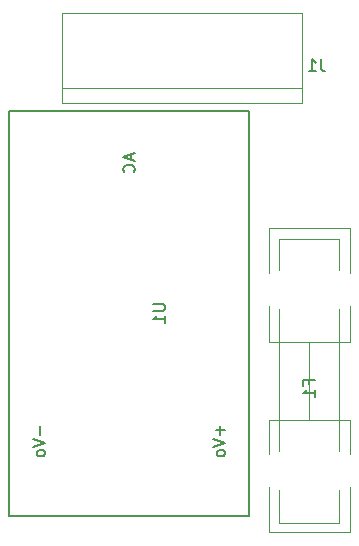
<source format=gbr>
G04 #@! TF.GenerationSoftware,KiCad,Pcbnew,(5.0.1)-4*
G04 #@! TF.CreationDate,2019-04-29T20:25:55+02:00*
G04 #@! TF.ProjectId,MyWallSwitch,4D7957616C6C5377697463682E6B6963,2*
G04 #@! TF.SameCoordinates,Original*
G04 #@! TF.FileFunction,Legend,Bot*
G04 #@! TF.FilePolarity,Positive*
%FSLAX46Y46*%
G04 Gerber Fmt 4.6, Leading zero omitted, Abs format (unit mm)*
G04 Created by KiCad (PCBNEW (5.0.1)-4) date 29.04.2019 20:25:55*
%MOMM*%
%LPD*%
G01*
G04 APERTURE LIST*
%ADD10C,0.120000*%
%ADD11C,0.150000*%
G04 APERTURE END LIST*
D10*
G04 #@! TO.C,J1*
X149225000Y-80645000D02*
X128905000Y-80645000D01*
X149225000Y-73025000D02*
X128905000Y-73025000D01*
X128905000Y-79375000D02*
X149225000Y-79375000D01*
X128905000Y-80645000D02*
X128905000Y-73025000D01*
X149225000Y-73025000D02*
X149225000Y-80645000D01*
G04 #@! TO.C,F1*
X149860000Y-107350000D02*
X149860000Y-100850000D01*
X146430000Y-107440000D02*
X146430000Y-110360000D01*
X146430000Y-116970000D02*
X146430000Y-113160000D01*
X147320000Y-116200000D02*
X147320000Y-113410000D01*
X147320000Y-107440000D02*
X147320000Y-110110000D01*
X153290000Y-116970000D02*
X153290000Y-113160000D01*
X152400000Y-116200000D02*
X152400000Y-113410000D01*
X153290000Y-107440000D02*
X153290000Y-110360000D01*
X152400000Y-107440000D02*
X152400000Y-110110000D01*
X153290000Y-100890000D02*
X153290000Y-97840000D01*
X152400000Y-100890000D02*
X152400000Y-98090000D01*
X147320000Y-100890000D02*
X147320000Y-98090000D01*
X146430000Y-100890000D02*
X146430000Y-97840000D01*
X146430000Y-91230000D02*
X146430000Y-95040000D01*
X147320000Y-92120000D02*
X147320000Y-94790000D01*
X153290000Y-91230000D02*
X153290000Y-95040000D01*
X152400000Y-92120000D02*
X152400000Y-94790000D01*
X153290000Y-91230000D02*
X146430000Y-91230000D01*
X146430000Y-100890000D02*
X147320000Y-100890000D01*
X153290000Y-100890000D02*
X152400000Y-100890000D01*
X153290000Y-116970000D02*
X146430000Y-116970000D01*
X146430000Y-107440000D02*
X147320000Y-107440000D01*
X153290000Y-107440000D02*
X152270000Y-107440000D01*
X147320000Y-98390000D02*
X147320000Y-110070000D01*
X152400000Y-109940000D02*
X152400000Y-98390000D01*
X149860000Y-107440000D02*
X152400000Y-107440000D01*
X152400000Y-116210000D02*
X147320000Y-116210000D01*
X147320000Y-107440000D02*
X149860000Y-107440000D01*
X149860000Y-100890000D02*
X152400000Y-100890000D01*
X152400000Y-92130000D02*
X147320000Y-92130000D01*
X147320000Y-100890000D02*
X149860000Y-100890000D01*
D11*
G04 #@! TO.C,U1*
X144780000Y-81280000D02*
X144780000Y-115570000D01*
X144780000Y-115570000D02*
X124460000Y-115570000D01*
X124460000Y-115570000D02*
X124460000Y-81280000D01*
X124460000Y-81280000D02*
X144780000Y-81280000D01*
G04 #@! TO.C,J1*
X150828333Y-76922380D02*
X150828333Y-77636666D01*
X150875952Y-77779523D01*
X150971190Y-77874761D01*
X151114047Y-77922380D01*
X151209285Y-77922380D01*
X149828333Y-77922380D02*
X150399761Y-77922380D01*
X150114047Y-77922380D02*
X150114047Y-76922380D01*
X150209285Y-77065238D01*
X150304523Y-77160476D01*
X150399761Y-77208095D01*
G04 #@! TO.C,F1*
X149788571Y-104441666D02*
X149788571Y-104108333D01*
X150312380Y-104108333D02*
X149312380Y-104108333D01*
X149312380Y-104584523D01*
X150312380Y-105489285D02*
X150312380Y-104917857D01*
X150312380Y-105203571D02*
X149312380Y-105203571D01*
X149455238Y-105108333D01*
X149550476Y-105013095D01*
X149598095Y-104917857D01*
G04 #@! TO.C,U1*
X136612380Y-97663095D02*
X137421904Y-97663095D01*
X137517142Y-97710714D01*
X137564761Y-97758333D01*
X137612380Y-97853571D01*
X137612380Y-98044047D01*
X137564761Y-98139285D01*
X137517142Y-98186904D01*
X137421904Y-98234523D01*
X136612380Y-98234523D01*
X137612380Y-99234523D02*
X137612380Y-98663095D01*
X137612380Y-98948809D02*
X136612380Y-98948809D01*
X136755238Y-98853571D01*
X136850476Y-98758333D01*
X136898095Y-98663095D01*
X134786666Y-84986904D02*
X134786666Y-85463095D01*
X135072380Y-84891666D02*
X134072380Y-85225000D01*
X135072380Y-85558333D01*
X134977142Y-86463095D02*
X135024761Y-86415476D01*
X135072380Y-86272619D01*
X135072380Y-86177380D01*
X135024761Y-86034523D01*
X134929523Y-85939285D01*
X134834285Y-85891666D01*
X134643809Y-85844047D01*
X134500952Y-85844047D01*
X134310476Y-85891666D01*
X134215238Y-85939285D01*
X134120000Y-86034523D01*
X134072380Y-86177380D01*
X134072380Y-86272619D01*
X134120000Y-86415476D01*
X134167619Y-86463095D01*
X127071428Y-107958095D02*
X127071428Y-108720000D01*
X126452380Y-109053333D02*
X127452380Y-109386666D01*
X126452380Y-109720000D01*
X127452380Y-110196190D02*
X127404761Y-110100952D01*
X127357142Y-110053333D01*
X127261904Y-110005714D01*
X126976190Y-110005714D01*
X126880952Y-110053333D01*
X126833333Y-110100952D01*
X126785714Y-110196190D01*
X126785714Y-110339047D01*
X126833333Y-110434285D01*
X126880952Y-110481904D01*
X126976190Y-110529523D01*
X127261904Y-110529523D01*
X127357142Y-110481904D01*
X127404761Y-110434285D01*
X127452380Y-110339047D01*
X127452380Y-110196190D01*
X142311428Y-107958095D02*
X142311428Y-108720000D01*
X142692380Y-108339047D02*
X141930476Y-108339047D01*
X141692380Y-109053333D02*
X142692380Y-109386666D01*
X141692380Y-109720000D01*
X142692380Y-110196190D02*
X142644761Y-110100952D01*
X142597142Y-110053333D01*
X142501904Y-110005714D01*
X142216190Y-110005714D01*
X142120952Y-110053333D01*
X142073333Y-110100952D01*
X142025714Y-110196190D01*
X142025714Y-110339047D01*
X142073333Y-110434285D01*
X142120952Y-110481904D01*
X142216190Y-110529523D01*
X142501904Y-110529523D01*
X142597142Y-110481904D01*
X142644761Y-110434285D01*
X142692380Y-110339047D01*
X142692380Y-110196190D01*
G04 #@! TD*
M02*

</source>
